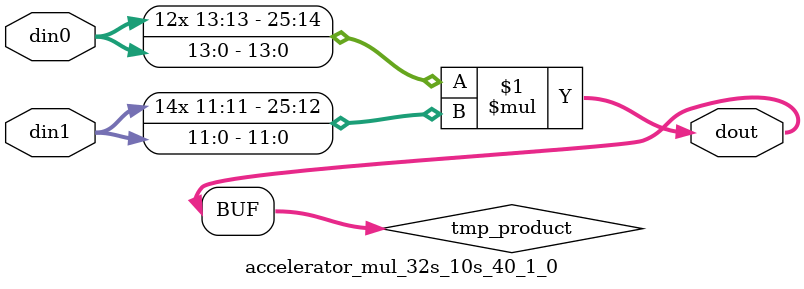
<source format=v>

`timescale 1 ns / 1 ps

  module accelerator_mul_32s_10s_40_1_0(din0, din1, dout);
parameter ID = 1;
parameter NUM_STAGE = 0;
parameter din0_WIDTH = 14;
parameter din1_WIDTH = 12;
parameter dout_WIDTH = 26;

input [din0_WIDTH - 1 : 0] din0; 
input [din1_WIDTH - 1 : 0] din1; 
output [dout_WIDTH - 1 : 0] dout;

wire signed [dout_WIDTH - 1 : 0] tmp_product;













assign tmp_product = $signed(din0) * $signed(din1);








assign dout = tmp_product;







endmodule

</source>
